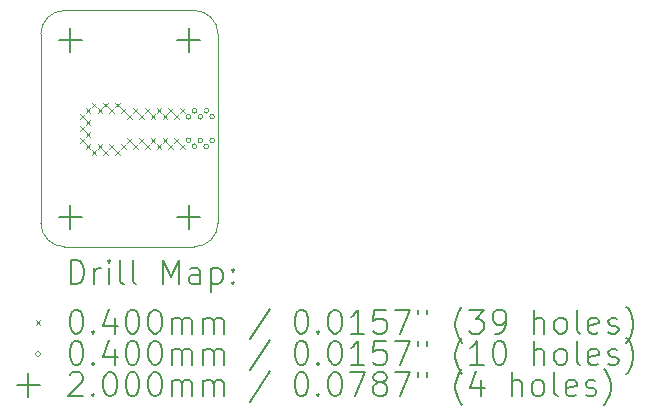
<source format=gbr>
%TF.GenerationSoftware,KiCad,Pcbnew,6.0.9+dfsg-1~bpo11+1*%
%TF.CreationDate,2022-11-06T14:36:55+01:00*%
%TF.ProjectId,sma-connector,736d612d-636f-46e6-9e65-63746f722e6b,2*%
%TF.SameCoordinates,Original*%
%TF.FileFunction,Drillmap*%
%TF.FilePolarity,Positive*%
%FSLAX45Y45*%
G04 Gerber Fmt 4.5, Leading zero omitted, Abs format (unit mm)*
G04 Created by KiCad (PCBNEW 6.0.9+dfsg-1~bpo11+1) date 2022-11-06 14:36:55*
%MOMM*%
%LPD*%
G01*
G04 APERTURE LIST*
%ADD10C,0.100000*%
%ADD11C,0.200000*%
%ADD12C,0.040000*%
G04 APERTURE END LIST*
D10*
X12650000Y-7150000D02*
G75*
G03*
X12850000Y-7350000I200000J0D01*
G01*
X13950000Y-7350000D02*
X12850000Y-7350000D01*
X12650000Y-7150000D02*
X12650000Y-5550000D01*
X14150000Y-5550000D02*
X14150000Y-7150000D01*
X13950000Y-7350000D02*
G75*
G03*
X14150000Y-7150000I0J200000D01*
G01*
X12850000Y-5350000D02*
G75*
G03*
X12650000Y-5550000I0J-200000D01*
G01*
X12850000Y-5350000D02*
X13950000Y-5350000D01*
X14150000Y-5550000D02*
G75*
G03*
X13950000Y-5350000I-200000J0D01*
G01*
D11*
D12*
X12980000Y-6230000D02*
X13020000Y-6270000D01*
X13020000Y-6230000D02*
X12980000Y-6270000D01*
X12980000Y-6330000D02*
X13020000Y-6370000D01*
X13020000Y-6330000D02*
X12980000Y-6370000D01*
X12980000Y-6430000D02*
X13020000Y-6470000D01*
X13020000Y-6430000D02*
X12980000Y-6470000D01*
X13030000Y-6180000D02*
X13070000Y-6220000D01*
X13070000Y-6180000D02*
X13030000Y-6220000D01*
X13030000Y-6280000D02*
X13070000Y-6320000D01*
X13070000Y-6280000D02*
X13030000Y-6320000D01*
X13030000Y-6380000D02*
X13070000Y-6420000D01*
X13070000Y-6380000D02*
X13030000Y-6420000D01*
X13030000Y-6480000D02*
X13070000Y-6520000D01*
X13070000Y-6480000D02*
X13030000Y-6520000D01*
X13080000Y-6130000D02*
X13120000Y-6170000D01*
X13120000Y-6130000D02*
X13080000Y-6170000D01*
X13080000Y-6530000D02*
X13120000Y-6570000D01*
X13120000Y-6530000D02*
X13080000Y-6570000D01*
X13130000Y-6180000D02*
X13170000Y-6220000D01*
X13170000Y-6180000D02*
X13130000Y-6220000D01*
X13130000Y-6480000D02*
X13170000Y-6520000D01*
X13170000Y-6480000D02*
X13130000Y-6520000D01*
X13180000Y-6130000D02*
X13220000Y-6170000D01*
X13220000Y-6130000D02*
X13180000Y-6170000D01*
X13180000Y-6530000D02*
X13220000Y-6570000D01*
X13220000Y-6530000D02*
X13180000Y-6570000D01*
X13230000Y-6180000D02*
X13270000Y-6220000D01*
X13270000Y-6180000D02*
X13230000Y-6220000D01*
X13230000Y-6480000D02*
X13270000Y-6520000D01*
X13270000Y-6480000D02*
X13230000Y-6520000D01*
X13280000Y-6130000D02*
X13320000Y-6170000D01*
X13320000Y-6130000D02*
X13280000Y-6170000D01*
X13280000Y-6530000D02*
X13320000Y-6570000D01*
X13320000Y-6530000D02*
X13280000Y-6570000D01*
X13330000Y-6180000D02*
X13370000Y-6220000D01*
X13370000Y-6180000D02*
X13330000Y-6220000D01*
X13330000Y-6480000D02*
X13370000Y-6520000D01*
X13370000Y-6480000D02*
X13330000Y-6520000D01*
X13380000Y-6230000D02*
X13420000Y-6270000D01*
X13420000Y-6230000D02*
X13380000Y-6270000D01*
X13380000Y-6430000D02*
X13420000Y-6470000D01*
X13420000Y-6430000D02*
X13380000Y-6470000D01*
X13430000Y-6180000D02*
X13470000Y-6220000D01*
X13470000Y-6180000D02*
X13430000Y-6220000D01*
X13430000Y-6480000D02*
X13470000Y-6520000D01*
X13470000Y-6480000D02*
X13430000Y-6520000D01*
X13480000Y-6230000D02*
X13520000Y-6270000D01*
X13520000Y-6230000D02*
X13480000Y-6270000D01*
X13480000Y-6430000D02*
X13520000Y-6470000D01*
X13520000Y-6430000D02*
X13480000Y-6470000D01*
X13530000Y-6180000D02*
X13570000Y-6220000D01*
X13570000Y-6180000D02*
X13530000Y-6220000D01*
X13530000Y-6480000D02*
X13570000Y-6520000D01*
X13570000Y-6480000D02*
X13530000Y-6520000D01*
X13580000Y-6230000D02*
X13620000Y-6270000D01*
X13620000Y-6230000D02*
X13580000Y-6270000D01*
X13580000Y-6430000D02*
X13620000Y-6470000D01*
X13620000Y-6430000D02*
X13580000Y-6470000D01*
X13630000Y-6180000D02*
X13670000Y-6220000D01*
X13670000Y-6180000D02*
X13630000Y-6220000D01*
X13630000Y-6480000D02*
X13670000Y-6520000D01*
X13670000Y-6480000D02*
X13630000Y-6520000D01*
X13680000Y-6230000D02*
X13720000Y-6270000D01*
X13720000Y-6230000D02*
X13680000Y-6270000D01*
X13680000Y-6430000D02*
X13720000Y-6470000D01*
X13720000Y-6430000D02*
X13680000Y-6470000D01*
X13730000Y-6180000D02*
X13770000Y-6220000D01*
X13770000Y-6180000D02*
X13730000Y-6220000D01*
X13730000Y-6480000D02*
X13770000Y-6520000D01*
X13770000Y-6480000D02*
X13730000Y-6520000D01*
X13780000Y-6230000D02*
X13820000Y-6270000D01*
X13820000Y-6230000D02*
X13780000Y-6270000D01*
X13780000Y-6430000D02*
X13820000Y-6470000D01*
X13820000Y-6430000D02*
X13780000Y-6470000D01*
X13830000Y-6180000D02*
X13870000Y-6220000D01*
X13870000Y-6180000D02*
X13830000Y-6220000D01*
X13830000Y-6480000D02*
X13870000Y-6520000D01*
X13870000Y-6480000D02*
X13830000Y-6520000D01*
X13920000Y-6250000D02*
G75*
G03*
X13920000Y-6250000I-20000J0D01*
G01*
X13920000Y-6450000D02*
G75*
G03*
X13920000Y-6450000I-20000J0D01*
G01*
X13970000Y-6200000D02*
G75*
G03*
X13970000Y-6200000I-20000J0D01*
G01*
X13970000Y-6500000D02*
G75*
G03*
X13970000Y-6500000I-20000J0D01*
G01*
X14020000Y-6250000D02*
G75*
G03*
X14020000Y-6250000I-20000J0D01*
G01*
X14020000Y-6450000D02*
G75*
G03*
X14020000Y-6450000I-20000J0D01*
G01*
X14070000Y-6200000D02*
G75*
G03*
X14070000Y-6200000I-20000J0D01*
G01*
X14070000Y-6500000D02*
G75*
G03*
X14070000Y-6500000I-20000J0D01*
G01*
X14120000Y-6250000D02*
G75*
G03*
X14120000Y-6250000I-20000J0D01*
G01*
X14120000Y-6450000D02*
G75*
G03*
X14120000Y-6450000I-20000J0D01*
G01*
D11*
X12900000Y-5500000D02*
X12900000Y-5700000D01*
X12800000Y-5600000D02*
X13000000Y-5600000D01*
X12900000Y-7000000D02*
X12900000Y-7200000D01*
X12800000Y-7100000D02*
X13000000Y-7100000D01*
X13900000Y-5500000D02*
X13900000Y-5700000D01*
X13800000Y-5600000D02*
X14000000Y-5600000D01*
X13900000Y-7000000D02*
X13900000Y-7200000D01*
X13800000Y-7100000D02*
X14000000Y-7100000D01*
X12902619Y-7665476D02*
X12902619Y-7465476D01*
X12950238Y-7465476D01*
X12978809Y-7475000D01*
X12997857Y-7494048D01*
X13007381Y-7513095D01*
X13016905Y-7551190D01*
X13016905Y-7579762D01*
X13007381Y-7617857D01*
X12997857Y-7636905D01*
X12978809Y-7655952D01*
X12950238Y-7665476D01*
X12902619Y-7665476D01*
X13102619Y-7665476D02*
X13102619Y-7532143D01*
X13102619Y-7570238D02*
X13112143Y-7551190D01*
X13121667Y-7541667D01*
X13140714Y-7532143D01*
X13159762Y-7532143D01*
X13226428Y-7665476D02*
X13226428Y-7532143D01*
X13226428Y-7465476D02*
X13216905Y-7475000D01*
X13226428Y-7484524D01*
X13235952Y-7475000D01*
X13226428Y-7465476D01*
X13226428Y-7484524D01*
X13350238Y-7665476D02*
X13331190Y-7655952D01*
X13321667Y-7636905D01*
X13321667Y-7465476D01*
X13455000Y-7665476D02*
X13435952Y-7655952D01*
X13426428Y-7636905D01*
X13426428Y-7465476D01*
X13683571Y-7665476D02*
X13683571Y-7465476D01*
X13750238Y-7608333D01*
X13816905Y-7465476D01*
X13816905Y-7665476D01*
X13997857Y-7665476D02*
X13997857Y-7560714D01*
X13988333Y-7541667D01*
X13969286Y-7532143D01*
X13931190Y-7532143D01*
X13912143Y-7541667D01*
X13997857Y-7655952D02*
X13978809Y-7665476D01*
X13931190Y-7665476D01*
X13912143Y-7655952D01*
X13902619Y-7636905D01*
X13902619Y-7617857D01*
X13912143Y-7598809D01*
X13931190Y-7589286D01*
X13978809Y-7589286D01*
X13997857Y-7579762D01*
X14093095Y-7532143D02*
X14093095Y-7732143D01*
X14093095Y-7541667D02*
X14112143Y-7532143D01*
X14150238Y-7532143D01*
X14169286Y-7541667D01*
X14178809Y-7551190D01*
X14188333Y-7570238D01*
X14188333Y-7627381D01*
X14178809Y-7646428D01*
X14169286Y-7655952D01*
X14150238Y-7665476D01*
X14112143Y-7665476D01*
X14093095Y-7655952D01*
X14274048Y-7646428D02*
X14283571Y-7655952D01*
X14274048Y-7665476D01*
X14264524Y-7655952D01*
X14274048Y-7646428D01*
X14274048Y-7665476D01*
X14274048Y-7541667D02*
X14283571Y-7551190D01*
X14274048Y-7560714D01*
X14264524Y-7551190D01*
X14274048Y-7541667D01*
X14274048Y-7560714D01*
D12*
X12605000Y-7975000D02*
X12645000Y-8015000D01*
X12645000Y-7975000D02*
X12605000Y-8015000D01*
D11*
X12940714Y-7885476D02*
X12959762Y-7885476D01*
X12978809Y-7895000D01*
X12988333Y-7904524D01*
X12997857Y-7923571D01*
X13007381Y-7961667D01*
X13007381Y-8009286D01*
X12997857Y-8047381D01*
X12988333Y-8066428D01*
X12978809Y-8075952D01*
X12959762Y-8085476D01*
X12940714Y-8085476D01*
X12921667Y-8075952D01*
X12912143Y-8066428D01*
X12902619Y-8047381D01*
X12893095Y-8009286D01*
X12893095Y-7961667D01*
X12902619Y-7923571D01*
X12912143Y-7904524D01*
X12921667Y-7895000D01*
X12940714Y-7885476D01*
X13093095Y-8066428D02*
X13102619Y-8075952D01*
X13093095Y-8085476D01*
X13083571Y-8075952D01*
X13093095Y-8066428D01*
X13093095Y-8085476D01*
X13274048Y-7952143D02*
X13274048Y-8085476D01*
X13226428Y-7875952D02*
X13178809Y-8018809D01*
X13302619Y-8018809D01*
X13416905Y-7885476D02*
X13435952Y-7885476D01*
X13455000Y-7895000D01*
X13464524Y-7904524D01*
X13474048Y-7923571D01*
X13483571Y-7961667D01*
X13483571Y-8009286D01*
X13474048Y-8047381D01*
X13464524Y-8066428D01*
X13455000Y-8075952D01*
X13435952Y-8085476D01*
X13416905Y-8085476D01*
X13397857Y-8075952D01*
X13388333Y-8066428D01*
X13378809Y-8047381D01*
X13369286Y-8009286D01*
X13369286Y-7961667D01*
X13378809Y-7923571D01*
X13388333Y-7904524D01*
X13397857Y-7895000D01*
X13416905Y-7885476D01*
X13607381Y-7885476D02*
X13626428Y-7885476D01*
X13645476Y-7895000D01*
X13655000Y-7904524D01*
X13664524Y-7923571D01*
X13674048Y-7961667D01*
X13674048Y-8009286D01*
X13664524Y-8047381D01*
X13655000Y-8066428D01*
X13645476Y-8075952D01*
X13626428Y-8085476D01*
X13607381Y-8085476D01*
X13588333Y-8075952D01*
X13578809Y-8066428D01*
X13569286Y-8047381D01*
X13559762Y-8009286D01*
X13559762Y-7961667D01*
X13569286Y-7923571D01*
X13578809Y-7904524D01*
X13588333Y-7895000D01*
X13607381Y-7885476D01*
X13759762Y-8085476D02*
X13759762Y-7952143D01*
X13759762Y-7971190D02*
X13769286Y-7961667D01*
X13788333Y-7952143D01*
X13816905Y-7952143D01*
X13835952Y-7961667D01*
X13845476Y-7980714D01*
X13845476Y-8085476D01*
X13845476Y-7980714D02*
X13855000Y-7961667D01*
X13874048Y-7952143D01*
X13902619Y-7952143D01*
X13921667Y-7961667D01*
X13931190Y-7980714D01*
X13931190Y-8085476D01*
X14026428Y-8085476D02*
X14026428Y-7952143D01*
X14026428Y-7971190D02*
X14035952Y-7961667D01*
X14055000Y-7952143D01*
X14083571Y-7952143D01*
X14102619Y-7961667D01*
X14112143Y-7980714D01*
X14112143Y-8085476D01*
X14112143Y-7980714D02*
X14121667Y-7961667D01*
X14140714Y-7952143D01*
X14169286Y-7952143D01*
X14188333Y-7961667D01*
X14197857Y-7980714D01*
X14197857Y-8085476D01*
X14588333Y-7875952D02*
X14416905Y-8133095D01*
X14845476Y-7885476D02*
X14864524Y-7885476D01*
X14883571Y-7895000D01*
X14893095Y-7904524D01*
X14902619Y-7923571D01*
X14912143Y-7961667D01*
X14912143Y-8009286D01*
X14902619Y-8047381D01*
X14893095Y-8066428D01*
X14883571Y-8075952D01*
X14864524Y-8085476D01*
X14845476Y-8085476D01*
X14826428Y-8075952D01*
X14816905Y-8066428D01*
X14807381Y-8047381D01*
X14797857Y-8009286D01*
X14797857Y-7961667D01*
X14807381Y-7923571D01*
X14816905Y-7904524D01*
X14826428Y-7895000D01*
X14845476Y-7885476D01*
X14997857Y-8066428D02*
X15007381Y-8075952D01*
X14997857Y-8085476D01*
X14988333Y-8075952D01*
X14997857Y-8066428D01*
X14997857Y-8085476D01*
X15131190Y-7885476D02*
X15150238Y-7885476D01*
X15169286Y-7895000D01*
X15178809Y-7904524D01*
X15188333Y-7923571D01*
X15197857Y-7961667D01*
X15197857Y-8009286D01*
X15188333Y-8047381D01*
X15178809Y-8066428D01*
X15169286Y-8075952D01*
X15150238Y-8085476D01*
X15131190Y-8085476D01*
X15112143Y-8075952D01*
X15102619Y-8066428D01*
X15093095Y-8047381D01*
X15083571Y-8009286D01*
X15083571Y-7961667D01*
X15093095Y-7923571D01*
X15102619Y-7904524D01*
X15112143Y-7895000D01*
X15131190Y-7885476D01*
X15388333Y-8085476D02*
X15274048Y-8085476D01*
X15331190Y-8085476D02*
X15331190Y-7885476D01*
X15312143Y-7914048D01*
X15293095Y-7933095D01*
X15274048Y-7942619D01*
X15569286Y-7885476D02*
X15474048Y-7885476D01*
X15464524Y-7980714D01*
X15474048Y-7971190D01*
X15493095Y-7961667D01*
X15540714Y-7961667D01*
X15559762Y-7971190D01*
X15569286Y-7980714D01*
X15578809Y-7999762D01*
X15578809Y-8047381D01*
X15569286Y-8066428D01*
X15559762Y-8075952D01*
X15540714Y-8085476D01*
X15493095Y-8085476D01*
X15474048Y-8075952D01*
X15464524Y-8066428D01*
X15645476Y-7885476D02*
X15778809Y-7885476D01*
X15693095Y-8085476D01*
X15845476Y-7885476D02*
X15845476Y-7923571D01*
X15921667Y-7885476D02*
X15921667Y-7923571D01*
X16216905Y-8161667D02*
X16207381Y-8152143D01*
X16188333Y-8123571D01*
X16178809Y-8104524D01*
X16169286Y-8075952D01*
X16159762Y-8028333D01*
X16159762Y-7990238D01*
X16169286Y-7942619D01*
X16178809Y-7914048D01*
X16188333Y-7895000D01*
X16207381Y-7866428D01*
X16216905Y-7856905D01*
X16274048Y-7885476D02*
X16397857Y-7885476D01*
X16331190Y-7961667D01*
X16359762Y-7961667D01*
X16378809Y-7971190D01*
X16388333Y-7980714D01*
X16397857Y-7999762D01*
X16397857Y-8047381D01*
X16388333Y-8066428D01*
X16378809Y-8075952D01*
X16359762Y-8085476D01*
X16302619Y-8085476D01*
X16283571Y-8075952D01*
X16274048Y-8066428D01*
X16493095Y-8085476D02*
X16531190Y-8085476D01*
X16550238Y-8075952D01*
X16559762Y-8066428D01*
X16578809Y-8037857D01*
X16588333Y-7999762D01*
X16588333Y-7923571D01*
X16578809Y-7904524D01*
X16569286Y-7895000D01*
X16550238Y-7885476D01*
X16512143Y-7885476D01*
X16493095Y-7895000D01*
X16483571Y-7904524D01*
X16474048Y-7923571D01*
X16474048Y-7971190D01*
X16483571Y-7990238D01*
X16493095Y-7999762D01*
X16512143Y-8009286D01*
X16550238Y-8009286D01*
X16569286Y-7999762D01*
X16578809Y-7990238D01*
X16588333Y-7971190D01*
X16826429Y-8085476D02*
X16826429Y-7885476D01*
X16912143Y-8085476D02*
X16912143Y-7980714D01*
X16902619Y-7961667D01*
X16883571Y-7952143D01*
X16855000Y-7952143D01*
X16835952Y-7961667D01*
X16826429Y-7971190D01*
X17035952Y-8085476D02*
X17016905Y-8075952D01*
X17007381Y-8066428D01*
X16997857Y-8047381D01*
X16997857Y-7990238D01*
X17007381Y-7971190D01*
X17016905Y-7961667D01*
X17035952Y-7952143D01*
X17064524Y-7952143D01*
X17083571Y-7961667D01*
X17093095Y-7971190D01*
X17102619Y-7990238D01*
X17102619Y-8047381D01*
X17093095Y-8066428D01*
X17083571Y-8075952D01*
X17064524Y-8085476D01*
X17035952Y-8085476D01*
X17216905Y-8085476D02*
X17197857Y-8075952D01*
X17188333Y-8056905D01*
X17188333Y-7885476D01*
X17369286Y-8075952D02*
X17350238Y-8085476D01*
X17312143Y-8085476D01*
X17293095Y-8075952D01*
X17283571Y-8056905D01*
X17283571Y-7980714D01*
X17293095Y-7961667D01*
X17312143Y-7952143D01*
X17350238Y-7952143D01*
X17369286Y-7961667D01*
X17378810Y-7980714D01*
X17378810Y-7999762D01*
X17283571Y-8018809D01*
X17455000Y-8075952D02*
X17474048Y-8085476D01*
X17512143Y-8085476D01*
X17531190Y-8075952D01*
X17540714Y-8056905D01*
X17540714Y-8047381D01*
X17531190Y-8028333D01*
X17512143Y-8018809D01*
X17483571Y-8018809D01*
X17464524Y-8009286D01*
X17455000Y-7990238D01*
X17455000Y-7980714D01*
X17464524Y-7961667D01*
X17483571Y-7952143D01*
X17512143Y-7952143D01*
X17531190Y-7961667D01*
X17607381Y-8161667D02*
X17616905Y-8152143D01*
X17635952Y-8123571D01*
X17645476Y-8104524D01*
X17655000Y-8075952D01*
X17664524Y-8028333D01*
X17664524Y-7990238D01*
X17655000Y-7942619D01*
X17645476Y-7914048D01*
X17635952Y-7895000D01*
X17616905Y-7866428D01*
X17607381Y-7856905D01*
D12*
X12645000Y-8259000D02*
G75*
G03*
X12645000Y-8259000I-20000J0D01*
G01*
D11*
X12940714Y-8149476D02*
X12959762Y-8149476D01*
X12978809Y-8159000D01*
X12988333Y-8168524D01*
X12997857Y-8187571D01*
X13007381Y-8225667D01*
X13007381Y-8273286D01*
X12997857Y-8311381D01*
X12988333Y-8330428D01*
X12978809Y-8339952D01*
X12959762Y-8349476D01*
X12940714Y-8349476D01*
X12921667Y-8339952D01*
X12912143Y-8330428D01*
X12902619Y-8311381D01*
X12893095Y-8273286D01*
X12893095Y-8225667D01*
X12902619Y-8187571D01*
X12912143Y-8168524D01*
X12921667Y-8159000D01*
X12940714Y-8149476D01*
X13093095Y-8330428D02*
X13102619Y-8339952D01*
X13093095Y-8349476D01*
X13083571Y-8339952D01*
X13093095Y-8330428D01*
X13093095Y-8349476D01*
X13274048Y-8216143D02*
X13274048Y-8349476D01*
X13226428Y-8139952D02*
X13178809Y-8282809D01*
X13302619Y-8282809D01*
X13416905Y-8149476D02*
X13435952Y-8149476D01*
X13455000Y-8159000D01*
X13464524Y-8168524D01*
X13474048Y-8187571D01*
X13483571Y-8225667D01*
X13483571Y-8273286D01*
X13474048Y-8311381D01*
X13464524Y-8330428D01*
X13455000Y-8339952D01*
X13435952Y-8349476D01*
X13416905Y-8349476D01*
X13397857Y-8339952D01*
X13388333Y-8330428D01*
X13378809Y-8311381D01*
X13369286Y-8273286D01*
X13369286Y-8225667D01*
X13378809Y-8187571D01*
X13388333Y-8168524D01*
X13397857Y-8159000D01*
X13416905Y-8149476D01*
X13607381Y-8149476D02*
X13626428Y-8149476D01*
X13645476Y-8159000D01*
X13655000Y-8168524D01*
X13664524Y-8187571D01*
X13674048Y-8225667D01*
X13674048Y-8273286D01*
X13664524Y-8311381D01*
X13655000Y-8330428D01*
X13645476Y-8339952D01*
X13626428Y-8349476D01*
X13607381Y-8349476D01*
X13588333Y-8339952D01*
X13578809Y-8330428D01*
X13569286Y-8311381D01*
X13559762Y-8273286D01*
X13559762Y-8225667D01*
X13569286Y-8187571D01*
X13578809Y-8168524D01*
X13588333Y-8159000D01*
X13607381Y-8149476D01*
X13759762Y-8349476D02*
X13759762Y-8216143D01*
X13759762Y-8235190D02*
X13769286Y-8225667D01*
X13788333Y-8216143D01*
X13816905Y-8216143D01*
X13835952Y-8225667D01*
X13845476Y-8244714D01*
X13845476Y-8349476D01*
X13845476Y-8244714D02*
X13855000Y-8225667D01*
X13874048Y-8216143D01*
X13902619Y-8216143D01*
X13921667Y-8225667D01*
X13931190Y-8244714D01*
X13931190Y-8349476D01*
X14026428Y-8349476D02*
X14026428Y-8216143D01*
X14026428Y-8235190D02*
X14035952Y-8225667D01*
X14055000Y-8216143D01*
X14083571Y-8216143D01*
X14102619Y-8225667D01*
X14112143Y-8244714D01*
X14112143Y-8349476D01*
X14112143Y-8244714D02*
X14121667Y-8225667D01*
X14140714Y-8216143D01*
X14169286Y-8216143D01*
X14188333Y-8225667D01*
X14197857Y-8244714D01*
X14197857Y-8349476D01*
X14588333Y-8139952D02*
X14416905Y-8397095D01*
X14845476Y-8149476D02*
X14864524Y-8149476D01*
X14883571Y-8159000D01*
X14893095Y-8168524D01*
X14902619Y-8187571D01*
X14912143Y-8225667D01*
X14912143Y-8273286D01*
X14902619Y-8311381D01*
X14893095Y-8330428D01*
X14883571Y-8339952D01*
X14864524Y-8349476D01*
X14845476Y-8349476D01*
X14826428Y-8339952D01*
X14816905Y-8330428D01*
X14807381Y-8311381D01*
X14797857Y-8273286D01*
X14797857Y-8225667D01*
X14807381Y-8187571D01*
X14816905Y-8168524D01*
X14826428Y-8159000D01*
X14845476Y-8149476D01*
X14997857Y-8330428D02*
X15007381Y-8339952D01*
X14997857Y-8349476D01*
X14988333Y-8339952D01*
X14997857Y-8330428D01*
X14997857Y-8349476D01*
X15131190Y-8149476D02*
X15150238Y-8149476D01*
X15169286Y-8159000D01*
X15178809Y-8168524D01*
X15188333Y-8187571D01*
X15197857Y-8225667D01*
X15197857Y-8273286D01*
X15188333Y-8311381D01*
X15178809Y-8330428D01*
X15169286Y-8339952D01*
X15150238Y-8349476D01*
X15131190Y-8349476D01*
X15112143Y-8339952D01*
X15102619Y-8330428D01*
X15093095Y-8311381D01*
X15083571Y-8273286D01*
X15083571Y-8225667D01*
X15093095Y-8187571D01*
X15102619Y-8168524D01*
X15112143Y-8159000D01*
X15131190Y-8149476D01*
X15388333Y-8349476D02*
X15274048Y-8349476D01*
X15331190Y-8349476D02*
X15331190Y-8149476D01*
X15312143Y-8178048D01*
X15293095Y-8197095D01*
X15274048Y-8206619D01*
X15569286Y-8149476D02*
X15474048Y-8149476D01*
X15464524Y-8244714D01*
X15474048Y-8235190D01*
X15493095Y-8225667D01*
X15540714Y-8225667D01*
X15559762Y-8235190D01*
X15569286Y-8244714D01*
X15578809Y-8263762D01*
X15578809Y-8311381D01*
X15569286Y-8330428D01*
X15559762Y-8339952D01*
X15540714Y-8349476D01*
X15493095Y-8349476D01*
X15474048Y-8339952D01*
X15464524Y-8330428D01*
X15645476Y-8149476D02*
X15778809Y-8149476D01*
X15693095Y-8349476D01*
X15845476Y-8149476D02*
X15845476Y-8187571D01*
X15921667Y-8149476D02*
X15921667Y-8187571D01*
X16216905Y-8425667D02*
X16207381Y-8416143D01*
X16188333Y-8387571D01*
X16178809Y-8368524D01*
X16169286Y-8339952D01*
X16159762Y-8292333D01*
X16159762Y-8254238D01*
X16169286Y-8206619D01*
X16178809Y-8178048D01*
X16188333Y-8159000D01*
X16207381Y-8130428D01*
X16216905Y-8120905D01*
X16397857Y-8349476D02*
X16283571Y-8349476D01*
X16340714Y-8349476D02*
X16340714Y-8149476D01*
X16321667Y-8178048D01*
X16302619Y-8197095D01*
X16283571Y-8206619D01*
X16521667Y-8149476D02*
X16540714Y-8149476D01*
X16559762Y-8159000D01*
X16569286Y-8168524D01*
X16578809Y-8187571D01*
X16588333Y-8225667D01*
X16588333Y-8273286D01*
X16578809Y-8311381D01*
X16569286Y-8330428D01*
X16559762Y-8339952D01*
X16540714Y-8349476D01*
X16521667Y-8349476D01*
X16502619Y-8339952D01*
X16493095Y-8330428D01*
X16483571Y-8311381D01*
X16474048Y-8273286D01*
X16474048Y-8225667D01*
X16483571Y-8187571D01*
X16493095Y-8168524D01*
X16502619Y-8159000D01*
X16521667Y-8149476D01*
X16826429Y-8349476D02*
X16826429Y-8149476D01*
X16912143Y-8349476D02*
X16912143Y-8244714D01*
X16902619Y-8225667D01*
X16883571Y-8216143D01*
X16855000Y-8216143D01*
X16835952Y-8225667D01*
X16826429Y-8235190D01*
X17035952Y-8349476D02*
X17016905Y-8339952D01*
X17007381Y-8330428D01*
X16997857Y-8311381D01*
X16997857Y-8254238D01*
X17007381Y-8235190D01*
X17016905Y-8225667D01*
X17035952Y-8216143D01*
X17064524Y-8216143D01*
X17083571Y-8225667D01*
X17093095Y-8235190D01*
X17102619Y-8254238D01*
X17102619Y-8311381D01*
X17093095Y-8330428D01*
X17083571Y-8339952D01*
X17064524Y-8349476D01*
X17035952Y-8349476D01*
X17216905Y-8349476D02*
X17197857Y-8339952D01*
X17188333Y-8320905D01*
X17188333Y-8149476D01*
X17369286Y-8339952D02*
X17350238Y-8349476D01*
X17312143Y-8349476D01*
X17293095Y-8339952D01*
X17283571Y-8320905D01*
X17283571Y-8244714D01*
X17293095Y-8225667D01*
X17312143Y-8216143D01*
X17350238Y-8216143D01*
X17369286Y-8225667D01*
X17378810Y-8244714D01*
X17378810Y-8263762D01*
X17283571Y-8282809D01*
X17455000Y-8339952D02*
X17474048Y-8349476D01*
X17512143Y-8349476D01*
X17531190Y-8339952D01*
X17540714Y-8320905D01*
X17540714Y-8311381D01*
X17531190Y-8292333D01*
X17512143Y-8282809D01*
X17483571Y-8282809D01*
X17464524Y-8273286D01*
X17455000Y-8254238D01*
X17455000Y-8244714D01*
X17464524Y-8225667D01*
X17483571Y-8216143D01*
X17512143Y-8216143D01*
X17531190Y-8225667D01*
X17607381Y-8425667D02*
X17616905Y-8416143D01*
X17635952Y-8387571D01*
X17645476Y-8368524D01*
X17655000Y-8339952D01*
X17664524Y-8292333D01*
X17664524Y-8254238D01*
X17655000Y-8206619D01*
X17645476Y-8178048D01*
X17635952Y-8159000D01*
X17616905Y-8130428D01*
X17607381Y-8120905D01*
X12545000Y-8423000D02*
X12545000Y-8623000D01*
X12445000Y-8523000D02*
X12645000Y-8523000D01*
X12893095Y-8432524D02*
X12902619Y-8423000D01*
X12921667Y-8413476D01*
X12969286Y-8413476D01*
X12988333Y-8423000D01*
X12997857Y-8432524D01*
X13007381Y-8451571D01*
X13007381Y-8470619D01*
X12997857Y-8499190D01*
X12883571Y-8613476D01*
X13007381Y-8613476D01*
X13093095Y-8594429D02*
X13102619Y-8603952D01*
X13093095Y-8613476D01*
X13083571Y-8603952D01*
X13093095Y-8594429D01*
X13093095Y-8613476D01*
X13226428Y-8413476D02*
X13245476Y-8413476D01*
X13264524Y-8423000D01*
X13274048Y-8432524D01*
X13283571Y-8451571D01*
X13293095Y-8489667D01*
X13293095Y-8537286D01*
X13283571Y-8575381D01*
X13274048Y-8594429D01*
X13264524Y-8603952D01*
X13245476Y-8613476D01*
X13226428Y-8613476D01*
X13207381Y-8603952D01*
X13197857Y-8594429D01*
X13188333Y-8575381D01*
X13178809Y-8537286D01*
X13178809Y-8489667D01*
X13188333Y-8451571D01*
X13197857Y-8432524D01*
X13207381Y-8423000D01*
X13226428Y-8413476D01*
X13416905Y-8413476D02*
X13435952Y-8413476D01*
X13455000Y-8423000D01*
X13464524Y-8432524D01*
X13474048Y-8451571D01*
X13483571Y-8489667D01*
X13483571Y-8537286D01*
X13474048Y-8575381D01*
X13464524Y-8594429D01*
X13455000Y-8603952D01*
X13435952Y-8613476D01*
X13416905Y-8613476D01*
X13397857Y-8603952D01*
X13388333Y-8594429D01*
X13378809Y-8575381D01*
X13369286Y-8537286D01*
X13369286Y-8489667D01*
X13378809Y-8451571D01*
X13388333Y-8432524D01*
X13397857Y-8423000D01*
X13416905Y-8413476D01*
X13607381Y-8413476D02*
X13626428Y-8413476D01*
X13645476Y-8423000D01*
X13655000Y-8432524D01*
X13664524Y-8451571D01*
X13674048Y-8489667D01*
X13674048Y-8537286D01*
X13664524Y-8575381D01*
X13655000Y-8594429D01*
X13645476Y-8603952D01*
X13626428Y-8613476D01*
X13607381Y-8613476D01*
X13588333Y-8603952D01*
X13578809Y-8594429D01*
X13569286Y-8575381D01*
X13559762Y-8537286D01*
X13559762Y-8489667D01*
X13569286Y-8451571D01*
X13578809Y-8432524D01*
X13588333Y-8423000D01*
X13607381Y-8413476D01*
X13759762Y-8613476D02*
X13759762Y-8480143D01*
X13759762Y-8499190D02*
X13769286Y-8489667D01*
X13788333Y-8480143D01*
X13816905Y-8480143D01*
X13835952Y-8489667D01*
X13845476Y-8508714D01*
X13845476Y-8613476D01*
X13845476Y-8508714D02*
X13855000Y-8489667D01*
X13874048Y-8480143D01*
X13902619Y-8480143D01*
X13921667Y-8489667D01*
X13931190Y-8508714D01*
X13931190Y-8613476D01*
X14026428Y-8613476D02*
X14026428Y-8480143D01*
X14026428Y-8499190D02*
X14035952Y-8489667D01*
X14055000Y-8480143D01*
X14083571Y-8480143D01*
X14102619Y-8489667D01*
X14112143Y-8508714D01*
X14112143Y-8613476D01*
X14112143Y-8508714D02*
X14121667Y-8489667D01*
X14140714Y-8480143D01*
X14169286Y-8480143D01*
X14188333Y-8489667D01*
X14197857Y-8508714D01*
X14197857Y-8613476D01*
X14588333Y-8403952D02*
X14416905Y-8661095D01*
X14845476Y-8413476D02*
X14864524Y-8413476D01*
X14883571Y-8423000D01*
X14893095Y-8432524D01*
X14902619Y-8451571D01*
X14912143Y-8489667D01*
X14912143Y-8537286D01*
X14902619Y-8575381D01*
X14893095Y-8594429D01*
X14883571Y-8603952D01*
X14864524Y-8613476D01*
X14845476Y-8613476D01*
X14826428Y-8603952D01*
X14816905Y-8594429D01*
X14807381Y-8575381D01*
X14797857Y-8537286D01*
X14797857Y-8489667D01*
X14807381Y-8451571D01*
X14816905Y-8432524D01*
X14826428Y-8423000D01*
X14845476Y-8413476D01*
X14997857Y-8594429D02*
X15007381Y-8603952D01*
X14997857Y-8613476D01*
X14988333Y-8603952D01*
X14997857Y-8594429D01*
X14997857Y-8613476D01*
X15131190Y-8413476D02*
X15150238Y-8413476D01*
X15169286Y-8423000D01*
X15178809Y-8432524D01*
X15188333Y-8451571D01*
X15197857Y-8489667D01*
X15197857Y-8537286D01*
X15188333Y-8575381D01*
X15178809Y-8594429D01*
X15169286Y-8603952D01*
X15150238Y-8613476D01*
X15131190Y-8613476D01*
X15112143Y-8603952D01*
X15102619Y-8594429D01*
X15093095Y-8575381D01*
X15083571Y-8537286D01*
X15083571Y-8489667D01*
X15093095Y-8451571D01*
X15102619Y-8432524D01*
X15112143Y-8423000D01*
X15131190Y-8413476D01*
X15264524Y-8413476D02*
X15397857Y-8413476D01*
X15312143Y-8613476D01*
X15502619Y-8499190D02*
X15483571Y-8489667D01*
X15474048Y-8480143D01*
X15464524Y-8461095D01*
X15464524Y-8451571D01*
X15474048Y-8432524D01*
X15483571Y-8423000D01*
X15502619Y-8413476D01*
X15540714Y-8413476D01*
X15559762Y-8423000D01*
X15569286Y-8432524D01*
X15578809Y-8451571D01*
X15578809Y-8461095D01*
X15569286Y-8480143D01*
X15559762Y-8489667D01*
X15540714Y-8499190D01*
X15502619Y-8499190D01*
X15483571Y-8508714D01*
X15474048Y-8518238D01*
X15464524Y-8537286D01*
X15464524Y-8575381D01*
X15474048Y-8594429D01*
X15483571Y-8603952D01*
X15502619Y-8613476D01*
X15540714Y-8613476D01*
X15559762Y-8603952D01*
X15569286Y-8594429D01*
X15578809Y-8575381D01*
X15578809Y-8537286D01*
X15569286Y-8518238D01*
X15559762Y-8508714D01*
X15540714Y-8499190D01*
X15645476Y-8413476D02*
X15778809Y-8413476D01*
X15693095Y-8613476D01*
X15845476Y-8413476D02*
X15845476Y-8451571D01*
X15921667Y-8413476D02*
X15921667Y-8451571D01*
X16216905Y-8689667D02*
X16207381Y-8680143D01*
X16188333Y-8651571D01*
X16178809Y-8632524D01*
X16169286Y-8603952D01*
X16159762Y-8556333D01*
X16159762Y-8518238D01*
X16169286Y-8470619D01*
X16178809Y-8442048D01*
X16188333Y-8423000D01*
X16207381Y-8394429D01*
X16216905Y-8384905D01*
X16378809Y-8480143D02*
X16378809Y-8613476D01*
X16331190Y-8403952D02*
X16283571Y-8546810D01*
X16407381Y-8546810D01*
X16635952Y-8613476D02*
X16635952Y-8413476D01*
X16721667Y-8613476D02*
X16721667Y-8508714D01*
X16712143Y-8489667D01*
X16693095Y-8480143D01*
X16664524Y-8480143D01*
X16645476Y-8489667D01*
X16635952Y-8499190D01*
X16845476Y-8613476D02*
X16826429Y-8603952D01*
X16816905Y-8594429D01*
X16807381Y-8575381D01*
X16807381Y-8518238D01*
X16816905Y-8499190D01*
X16826429Y-8489667D01*
X16845476Y-8480143D01*
X16874048Y-8480143D01*
X16893095Y-8489667D01*
X16902619Y-8499190D01*
X16912143Y-8518238D01*
X16912143Y-8575381D01*
X16902619Y-8594429D01*
X16893095Y-8603952D01*
X16874048Y-8613476D01*
X16845476Y-8613476D01*
X17026429Y-8613476D02*
X17007381Y-8603952D01*
X16997857Y-8584905D01*
X16997857Y-8413476D01*
X17178810Y-8603952D02*
X17159762Y-8613476D01*
X17121667Y-8613476D01*
X17102619Y-8603952D01*
X17093095Y-8584905D01*
X17093095Y-8508714D01*
X17102619Y-8489667D01*
X17121667Y-8480143D01*
X17159762Y-8480143D01*
X17178810Y-8489667D01*
X17188333Y-8508714D01*
X17188333Y-8527762D01*
X17093095Y-8546810D01*
X17264524Y-8603952D02*
X17283571Y-8613476D01*
X17321667Y-8613476D01*
X17340714Y-8603952D01*
X17350238Y-8584905D01*
X17350238Y-8575381D01*
X17340714Y-8556333D01*
X17321667Y-8546810D01*
X17293095Y-8546810D01*
X17274048Y-8537286D01*
X17264524Y-8518238D01*
X17264524Y-8508714D01*
X17274048Y-8489667D01*
X17293095Y-8480143D01*
X17321667Y-8480143D01*
X17340714Y-8489667D01*
X17416905Y-8689667D02*
X17426429Y-8680143D01*
X17445476Y-8651571D01*
X17455000Y-8632524D01*
X17464524Y-8603952D01*
X17474048Y-8556333D01*
X17474048Y-8518238D01*
X17464524Y-8470619D01*
X17455000Y-8442048D01*
X17445476Y-8423000D01*
X17426429Y-8394429D01*
X17416905Y-8384905D01*
M02*

</source>
